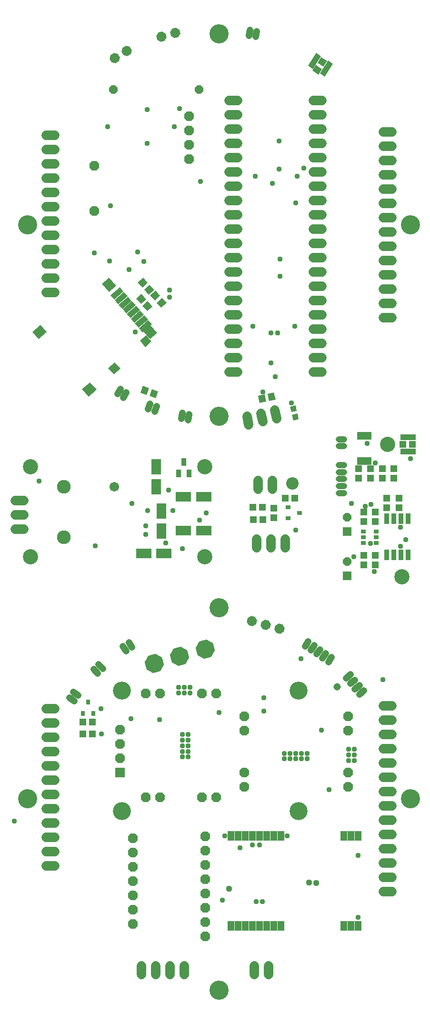
<source format=gbr>
G04 EAGLE Gerber RS-274X export*
G75*
%MOMM*%
%FSLAX34Y34*%
%LPD*%
%INSoldermask Top*%
%IPPOS*%
%AMOC8*
5,1,8,0,0,1.08239X$1,22.5*%
G01*
%ADD10C,2.703200*%
%ADD11C,3.403200*%
%ADD12C,2.203200*%
%ADD13R,1.203200X1.303200*%
%ADD14R,1.303200X1.203200*%
%ADD15R,0.923200X1.983200*%
%ADD16R,2.703200X1.003200*%
%ADD17R,0.503200X1.478200*%
%ADD18C,1.111200*%
%ADD19R,1.503200X1.503200*%
%ADD20P,1.627049X8X292.500000*%
%ADD21R,0.903200X0.703200*%
%ADD22R,2.203200X1.003200*%
%ADD23R,1.703200X1.903200*%
%ADD24R,1.803200X1.703200*%
%ADD25R,1.503200X1.493200*%
%ADD26R,1.603200X1.493200*%
%ADD27P,1.852186X8X112.500000*%
%ADD28C,1.727200*%
%ADD29P,1.869504X8X292.500000*%
%ADD30R,1.003200X1.003200*%
%ADD31P,1.852186X8X217.500000*%
%ADD32P,1.852186X8X232.500000*%
%ADD33C,1.211200*%
%ADD34P,1.649562X8X22.500000*%
%ADD35C,3.203200*%
%ADD36R,1.727200X1.727200*%
%ADD37P,1.869504X8X112.500000*%
%ADD38P,1.869504X8X202.500000*%
%ADD39R,1.203200X1.703200*%
%ADD40P,3.467112X8X128.000000*%
%ADD41P,1.852186X8X367.500000*%
%ADD42R,0.763200X0.933200*%
%ADD43R,2.803200X1.803200*%
%ADD44R,1.803200X2.803200*%
%ADD45C,2.453200*%
%ADD46C,1.703200*%
%ADD47R,0.838200X1.473200*%
%ADD48R,0.933200X0.763200*%
%ADD49C,0.959600*%
%ADD50C,1.309600*%
%ADD51C,1.109600*%


D10*
X680000Y1010000D03*
X705000Y775000D03*
D11*
X40000Y1400000D03*
X380000Y1060000D03*
X720000Y1400000D03*
X380000Y1740000D03*
X380000Y720000D03*
X720000Y380000D03*
X380000Y40000D03*
X40000Y380000D03*
D10*
X45000Y970000D03*
X45000Y810000D03*
X355000Y970000D03*
X355000Y810000D03*
D12*
X510000Y941000D03*
D13*
X649000Y966500D03*
X649000Y949500D03*
D14*
X678000Y897000D03*
X678000Y914000D03*
X700000Y914000D03*
X700000Y897000D03*
D13*
X706500Y1010000D03*
X723500Y1010000D03*
D14*
X628000Y949500D03*
X628000Y966500D03*
D15*
X677950Y813700D03*
X690650Y813700D03*
X703350Y813700D03*
X716050Y813700D03*
X716050Y878300D03*
X703350Y878300D03*
X690650Y878300D03*
X677950Y878300D03*
D16*
X716000Y1022500D03*
X716000Y997500D03*
D14*
X691000Y966500D03*
X691000Y949500D03*
X670000Y966500D03*
X670000Y949500D03*
D17*
X648000Y1025400D03*
X643000Y1025400D03*
X638000Y1025400D03*
X633000Y1025400D03*
X628000Y1025400D03*
X628000Y980600D03*
X633000Y980600D03*
X638000Y980600D03*
X643000Y980600D03*
X648000Y980600D03*
D14*
X637000Y872500D03*
X637000Y889500D03*
X658000Y889500D03*
X658000Y872500D03*
X637000Y795500D03*
X637000Y812500D03*
X658000Y795500D03*
X658000Y812500D03*
D18*
X601540Y973750D02*
X592460Y973750D01*
X592460Y961250D02*
X601540Y961250D01*
X601540Y948750D02*
X592460Y948750D01*
X592460Y936250D02*
X601540Y936250D01*
X601540Y923750D02*
X592460Y923750D01*
X592460Y1019750D02*
X601540Y1019750D01*
X601540Y1007250D02*
X592460Y1007250D01*
D19*
X608000Y855500D03*
D20*
X608000Y880500D03*
D19*
X608000Y776500D03*
D20*
X608000Y801500D03*
D21*
X636500Y855000D03*
X636500Y845000D03*
X636500Y835000D03*
X659500Y835000D03*
X659500Y845000D03*
X659500Y855000D03*
D22*
G36*
X237500Y1216897D02*
X254127Y1231350D01*
X260708Y1223779D01*
X244081Y1209326D01*
X237500Y1216897D01*
G37*
G36*
X230283Y1225198D02*
X246910Y1239651D01*
X253491Y1232080D01*
X236864Y1217627D01*
X230283Y1225198D01*
G37*
G36*
X223067Y1233500D02*
X239694Y1247953D01*
X246275Y1240382D01*
X229648Y1225929D01*
X223067Y1233500D01*
G37*
G36*
X215850Y1241802D02*
X232477Y1256255D01*
X239058Y1248684D01*
X222431Y1234231D01*
X215850Y1241802D01*
G37*
G36*
X208634Y1250104D02*
X225261Y1264557D01*
X231842Y1256986D01*
X215215Y1242533D01*
X208634Y1250104D01*
G37*
G36*
X201417Y1258406D02*
X218044Y1272859D01*
X224625Y1265288D01*
X207998Y1250835D01*
X201417Y1258406D01*
G37*
G36*
X194200Y1266707D02*
X210827Y1281160D01*
X217408Y1273589D01*
X200781Y1259136D01*
X194200Y1266707D01*
G37*
G36*
X186984Y1275009D02*
X203611Y1289462D01*
X210192Y1281891D01*
X193565Y1267438D01*
X186984Y1275009D01*
G37*
D23*
G36*
X150889Y1120407D02*
X162063Y1107553D01*
X147701Y1095067D01*
X136527Y1107921D01*
X150889Y1120407D01*
G37*
D24*
G36*
X257249Y1196921D02*
X245419Y1210529D01*
X258273Y1221703D01*
X270103Y1208095D01*
X257249Y1196921D01*
G37*
D25*
G36*
X260175Y1192841D02*
X248831Y1182979D01*
X239035Y1194247D01*
X250379Y1204109D01*
X260175Y1192841D01*
G37*
D26*
G36*
X182810Y1145371D02*
X194908Y1155889D01*
X204704Y1144621D01*
X192606Y1134103D01*
X182810Y1145371D01*
G37*
D23*
G36*
X62321Y1222293D02*
X73495Y1209439D01*
X59133Y1196953D01*
X47959Y1209807D01*
X62321Y1222293D01*
G37*
G36*
X171940Y1295057D02*
X184794Y1306231D01*
X197280Y1291869D01*
X184426Y1280695D01*
X171940Y1295057D01*
G37*
D27*
X158000Y1425000D03*
X158000Y1505000D03*
D28*
X479149Y1070937D02*
X482447Y1056058D01*
X457649Y1050561D02*
X454351Y1065439D01*
X429553Y1059942D02*
X432851Y1045063D01*
D13*
G36*
X466016Y1099899D02*
X477762Y1102503D01*
X480582Y1089781D01*
X468836Y1087177D01*
X466016Y1099899D01*
G37*
G36*
X449418Y1096219D02*
X461164Y1098823D01*
X463984Y1086101D01*
X452238Y1083497D01*
X449418Y1096219D01*
G37*
D28*
X412620Y1621300D02*
X397380Y1621300D01*
X397380Y1595900D02*
X412620Y1595900D01*
X412620Y1570500D02*
X397380Y1570500D01*
X397380Y1545100D02*
X412620Y1545100D01*
X412620Y1519700D02*
X397380Y1519700D01*
X397380Y1494300D02*
X412620Y1494300D01*
X412620Y1468900D02*
X397380Y1468900D01*
X397380Y1443500D02*
X412620Y1443500D01*
X412620Y1418100D02*
X397380Y1418100D01*
X397380Y1392700D02*
X412620Y1392700D01*
X412620Y1367300D02*
X397380Y1367300D01*
X397380Y1341900D02*
X412620Y1341900D01*
X412620Y1316500D02*
X397380Y1316500D01*
X397380Y1291100D02*
X412620Y1291100D01*
X412620Y1265700D02*
X397380Y1265700D01*
X397380Y1240300D02*
X412620Y1240300D01*
X412620Y1214900D02*
X397380Y1214900D01*
X397380Y1189500D02*
X412620Y1189500D01*
X412620Y1164100D02*
X397380Y1164100D01*
X397380Y1138700D02*
X412620Y1138700D01*
X547380Y1138700D02*
X562620Y1138700D01*
X562620Y1164100D02*
X547380Y1164100D01*
X547380Y1189500D02*
X562620Y1189500D01*
X562620Y1214900D02*
X547380Y1214900D01*
X547380Y1240300D02*
X562620Y1240300D01*
X562620Y1265700D02*
X547380Y1265700D01*
X547380Y1291100D02*
X562620Y1291100D01*
X562620Y1316500D02*
X547380Y1316500D01*
X547380Y1341900D02*
X562620Y1341900D01*
X562620Y1367300D02*
X547380Y1367300D01*
X547380Y1392700D02*
X562620Y1392700D01*
X562620Y1418100D02*
X547380Y1418100D01*
X547380Y1443500D02*
X562620Y1443500D01*
X562620Y1468900D02*
X547380Y1468900D01*
X547380Y1494300D02*
X562620Y1494300D01*
X562620Y1519700D02*
X547380Y1519700D01*
X547380Y1545100D02*
X562620Y1545100D01*
X562620Y1570500D02*
X547380Y1570500D01*
X547380Y1595900D02*
X562620Y1595900D01*
X562620Y1621300D02*
X547380Y1621300D01*
D29*
X326300Y1593100D03*
X326300Y1567700D03*
X326300Y1542300D03*
X326300Y1516900D03*
D13*
G36*
X265453Y1265600D02*
X257559Y1274680D01*
X267393Y1283230D01*
X275287Y1274150D01*
X265453Y1265600D01*
G37*
G36*
X276607Y1252770D02*
X268713Y1261850D01*
X278547Y1270400D01*
X286441Y1261320D01*
X276607Y1252770D01*
G37*
G36*
X256547Y1293400D02*
X264441Y1284320D01*
X254607Y1275770D01*
X246713Y1284850D01*
X256547Y1293400D01*
G37*
G36*
X245393Y1306230D02*
X253287Y1297150D01*
X243453Y1288600D01*
X235559Y1297680D01*
X245393Y1306230D01*
G37*
D14*
G36*
X252842Y1264449D02*
X261392Y1254615D01*
X252312Y1246721D01*
X243762Y1256555D01*
X252842Y1264449D01*
G37*
G36*
X241688Y1277279D02*
X250238Y1267445D01*
X241158Y1259551D01*
X232608Y1269385D01*
X241688Y1277279D01*
G37*
D30*
G36*
X518359Y1069511D02*
X508566Y1067340D01*
X506395Y1077133D01*
X516188Y1079304D01*
X518359Y1069511D01*
G37*
G36*
X521605Y1054867D02*
X511812Y1052696D01*
X509641Y1062489D01*
X519434Y1064660D01*
X521605Y1054867D01*
G37*
D16*
G36*
X561278Y1700239D02*
X546755Y1677441D01*
X538294Y1682831D01*
X552817Y1705629D01*
X561278Y1700239D01*
G37*
G36*
X582363Y1686807D02*
X567840Y1664009D01*
X559379Y1669399D01*
X573902Y1692197D01*
X582363Y1686807D01*
G37*
D13*
G36*
X563160Y1677403D02*
X556696Y1667257D01*
X545706Y1674259D01*
X552170Y1684405D01*
X563160Y1677403D01*
G37*
G36*
X572294Y1691741D02*
X565830Y1681595D01*
X554840Y1688597D01*
X561304Y1698743D01*
X572294Y1691741D01*
G37*
G36*
X251437Y1097727D02*
X240132Y1101842D01*
X244589Y1114087D01*
X255894Y1109972D01*
X251437Y1097727D01*
G37*
G36*
X267411Y1091913D02*
X256106Y1096028D01*
X260563Y1108273D01*
X271868Y1104158D01*
X267411Y1091913D01*
G37*
D31*
X277926Y1734765D03*
X302074Y1741235D03*
D32*
X194175Y1696750D03*
X215825Y1709250D03*
D33*
X433188Y1736690D02*
X434939Y1746617D01*
X447249Y1744446D02*
X445498Y1734520D01*
X326812Y1063310D02*
X325061Y1053383D01*
X312751Y1055554D02*
X314502Y1065480D01*
X269136Y1077827D02*
X265688Y1068355D01*
X253942Y1072630D02*
X257390Y1082102D01*
D34*
X191800Y1641000D03*
X344200Y1641000D03*
D28*
X672380Y1565100D02*
X687620Y1565100D01*
X687620Y1539700D02*
X672380Y1539700D01*
X672380Y1514300D02*
X687620Y1514300D01*
X687620Y1488900D02*
X672380Y1488900D01*
X672380Y1463500D02*
X687620Y1463500D01*
X687620Y1438100D02*
X672380Y1438100D01*
X672380Y1412700D02*
X687620Y1412700D01*
X687620Y1387300D02*
X672380Y1387300D01*
X672380Y1361900D02*
X687620Y1361900D01*
X687620Y1336500D02*
X672380Y1336500D01*
X672380Y1311100D02*
X687620Y1311100D01*
X687620Y1285700D02*
X672380Y1285700D01*
X672380Y1260300D02*
X687620Y1260300D01*
X687620Y1234900D02*
X672380Y1234900D01*
X87620Y1559700D02*
X72380Y1559700D01*
X72380Y1534300D02*
X87620Y1534300D01*
X87620Y1508900D02*
X72380Y1508900D01*
X72380Y1483500D02*
X87620Y1483500D01*
X87620Y1458100D02*
X72380Y1458100D01*
X72380Y1432700D02*
X87620Y1432700D01*
X87620Y1407300D02*
X72380Y1407300D01*
X72380Y1381900D02*
X87620Y1381900D01*
X87620Y1356500D02*
X72380Y1356500D01*
X72380Y1331100D02*
X87620Y1331100D01*
X87620Y1305700D02*
X72380Y1305700D01*
X72380Y1280300D02*
X87620Y1280300D01*
D33*
X215183Y1102137D02*
X210143Y1093407D01*
X199317Y1099657D02*
X204357Y1108387D01*
D35*
X207000Y358000D03*
X207000Y572000D03*
X521000Y572000D03*
D36*
X204000Y426900D03*
D37*
X204000Y452300D03*
X204000Y477700D03*
X204000Y503100D03*
D35*
X521000Y358000D03*
D38*
X609500Y401300D03*
X609500Y426700D03*
X609500Y501300D03*
X609500Y526700D03*
X424500Y526700D03*
X424500Y501300D03*
X424500Y426700D03*
X424500Y401300D03*
D29*
X374700Y567500D03*
X349300Y567500D03*
X274700Y567500D03*
X249300Y567500D03*
X249300Y382500D03*
X274700Y382500D03*
X349300Y382500D03*
X374700Y382500D03*
D39*
X401000Y154000D03*
X413700Y154000D03*
X426400Y154000D03*
X439100Y154000D03*
X451800Y154000D03*
X464500Y154000D03*
X477200Y154000D03*
X489900Y154000D03*
X601600Y154000D03*
X614300Y154000D03*
X627000Y154000D03*
X401000Y314000D03*
X413700Y314000D03*
X426400Y314000D03*
X439100Y314000D03*
X451800Y314000D03*
X464500Y314000D03*
X477200Y314000D03*
X489900Y314000D03*
X601600Y314000D03*
X614300Y314000D03*
X627000Y314000D03*
D37*
X227000Y157800D03*
X227000Y183200D03*
X227000Y208600D03*
X227000Y234000D03*
X227000Y259400D03*
X227000Y284800D03*
X227000Y310200D03*
D38*
X355800Y236700D03*
X355800Y211300D03*
X355800Y185900D03*
X355800Y160500D03*
X355800Y135100D03*
X355800Y262100D03*
X355800Y287500D03*
X355800Y312900D03*
D40*
X264709Y620440D03*
X310000Y633000D03*
X355291Y645560D03*
D41*
X487341Y682478D03*
X463193Y688948D03*
X438272Y695626D03*
D42*
X147000Y552000D03*
X156500Y532000D03*
X137500Y532000D03*
D13*
X137500Y516000D03*
X154500Y516000D03*
X154500Y495000D03*
X137500Y495000D03*
D33*
X225271Y649042D02*
X220079Y657682D01*
X209365Y651244D02*
X214556Y642604D01*
X173077Y611285D02*
X166203Y618657D01*
X157061Y610132D02*
X163935Y602760D01*
X129400Y563648D02*
X121143Y569429D01*
X113973Y559190D02*
X122230Y553408D01*
D28*
X672380Y545100D02*
X687620Y545100D01*
X687620Y519700D02*
X672380Y519700D01*
X672380Y494300D02*
X687620Y494300D01*
X687620Y468900D02*
X672380Y468900D01*
X672380Y443500D02*
X687620Y443500D01*
X687620Y418100D02*
X672380Y418100D01*
X672380Y392700D02*
X687620Y392700D01*
X687620Y367300D02*
X672380Y367300D01*
X672380Y341900D02*
X687620Y341900D01*
X687620Y316500D02*
X672380Y316500D01*
X672380Y291100D02*
X687620Y291100D01*
X687620Y265700D02*
X672380Y265700D01*
X672380Y240300D02*
X687620Y240300D01*
X687620Y214900D02*
X672380Y214900D01*
X87620Y539700D02*
X72380Y539700D01*
X72380Y514300D02*
X87620Y514300D01*
X87620Y488900D02*
X72380Y488900D01*
X72380Y463500D02*
X87620Y463500D01*
X87620Y438100D02*
X72380Y438100D01*
X72380Y412700D02*
X87620Y412700D01*
X87620Y387300D02*
X72380Y387300D01*
X72380Y361900D02*
X87620Y361900D01*
X87620Y336500D02*
X72380Y336500D01*
X72380Y311100D02*
X87620Y311100D01*
X87620Y285700D02*
X72380Y285700D01*
X72380Y260300D02*
X87620Y260300D01*
D33*
X629744Y565504D02*
X637466Y571984D01*
X629431Y581559D02*
X621709Y575080D01*
X613675Y584656D02*
X621396Y591135D01*
X613361Y600710D02*
X605640Y594231D01*
X574391Y623111D02*
X580028Y631468D01*
X569665Y638458D02*
X564028Y630101D01*
X553665Y637091D02*
X559302Y645448D01*
X548939Y652438D02*
X543302Y644081D01*
X532939Y651071D02*
X538576Y659427D01*
D28*
X467700Y82620D02*
X467700Y67380D01*
X442300Y67380D02*
X442300Y82620D01*
X241900Y82620D02*
X241900Y67380D01*
X267300Y67380D02*
X267300Y82620D01*
X292700Y82620D02*
X292700Y67380D01*
X318100Y67380D02*
X318100Y82620D01*
D43*
X282000Y815800D03*
X246000Y815800D03*
X352900Y857100D03*
X316900Y857100D03*
D44*
X277900Y891700D03*
X277900Y855700D03*
X267900Y970500D03*
X267900Y934500D03*
D43*
X352900Y917100D03*
X316900Y917100D03*
D45*
X103700Y845000D03*
X103700Y935000D03*
D46*
X193700Y935000D03*
D47*
X317500Y978300D03*
X308000Y958300D03*
X327000Y958300D03*
D28*
X32620Y859600D02*
X17380Y859600D01*
X17380Y885000D02*
X32620Y885000D01*
X32620Y910400D02*
X17380Y910400D01*
D13*
X457600Y876600D03*
X440600Y876600D03*
X440400Y898200D03*
X457400Y898200D03*
D48*
X522700Y888400D03*
X502700Y878900D03*
X502700Y897900D03*
D28*
X446600Y841620D02*
X446600Y826380D01*
X472000Y826380D02*
X472000Y841620D01*
X497400Y841620D02*
X497400Y826380D01*
D14*
X477000Y879500D03*
X477000Y896500D03*
D13*
X514500Y914000D03*
X497500Y914000D03*
D28*
X474700Y930380D02*
X474700Y945620D01*
X449300Y945620D02*
X449300Y930380D01*
D49*
X703000Y863000D03*
X702514Y828514D03*
X656419Y784018D03*
X720000Y985000D03*
X650308Y903218D03*
X615000Y905000D03*
X657718Y977318D03*
X643000Y1011348D03*
X620000Y810000D03*
X640174Y900174D03*
X649000Y834000D03*
X712178Y840500D03*
X252000Y1605000D03*
X252000Y1545000D03*
X182000Y1575000D03*
X484000Y1208000D03*
X231000Y1210000D03*
X246000Y1335000D03*
X158282Y1350000D03*
X187123Y1434000D03*
X475000Y1474000D03*
X516000Y1439000D03*
X488000Y1339000D03*
X488000Y1309000D03*
X531000Y1501000D03*
X509000Y1084000D03*
X440000Y1220000D03*
X515000Y1220000D03*
X519000Y1487000D03*
X444000Y1487000D03*
X347000Y1477000D03*
X310000Y1607000D03*
X480000Y1130000D03*
X458000Y1103000D03*
X220000Y1321000D03*
X300089Y1575089D03*
X292000Y1284000D03*
X292000Y1272000D03*
X487000Y1549000D03*
X487000Y1499000D03*
X472000Y1155000D03*
X472000Y1208000D03*
X235000Y1352000D03*
X185000Y1336000D03*
X516295Y460797D03*
X536295Y460797D03*
X526295Y460797D03*
X506295Y460797D03*
X496295Y460797D03*
X536295Y450797D03*
X526295Y450797D03*
X516295Y450797D03*
X506295Y450797D03*
X496295Y450797D03*
X620295Y467797D03*
X610295Y467797D03*
X610295Y457797D03*
X620295Y457797D03*
X610295Y447797D03*
X620295Y447797D03*
X315203Y474295D03*
X315203Y494295D03*
X315203Y484295D03*
X315203Y464295D03*
X315203Y454295D03*
X325203Y494295D03*
X325203Y484295D03*
X325203Y474295D03*
X325203Y464295D03*
X325203Y454295D03*
X308203Y578295D03*
X308203Y568295D03*
X318203Y568295D03*
X318203Y578295D03*
X328203Y568295D03*
X328203Y578295D03*
X501000Y314000D03*
X390000Y314000D03*
D50*
X590000Y579000D03*
D49*
X16000Y340000D03*
X627000Y279000D03*
X627000Y169000D03*
X417000Y293000D03*
X460000Y536000D03*
X460000Y560000D03*
X170000Y540000D03*
X223000Y522000D03*
X575295Y395797D03*
X562295Y501797D03*
X380203Y533295D03*
X274203Y520295D03*
X446000Y197000D03*
X439000Y298000D03*
X457000Y197000D03*
X452000Y298000D03*
D51*
X398000Y220000D03*
X553000Y230000D03*
X540000Y231000D03*
D49*
X386000Y200000D03*
X526000Y629000D03*
X170718Y495000D03*
X671000Y592000D03*
X285000Y835000D03*
X298000Y892000D03*
X160000Y830000D03*
X225000Y905000D03*
X253000Y892000D03*
X345000Y875000D03*
X315000Y825000D03*
X250000Y865000D03*
X250000Y850000D03*
X60000Y945000D03*
X357000Y888000D03*
X290000Y928900D03*
X516000Y858000D03*
M02*

</source>
